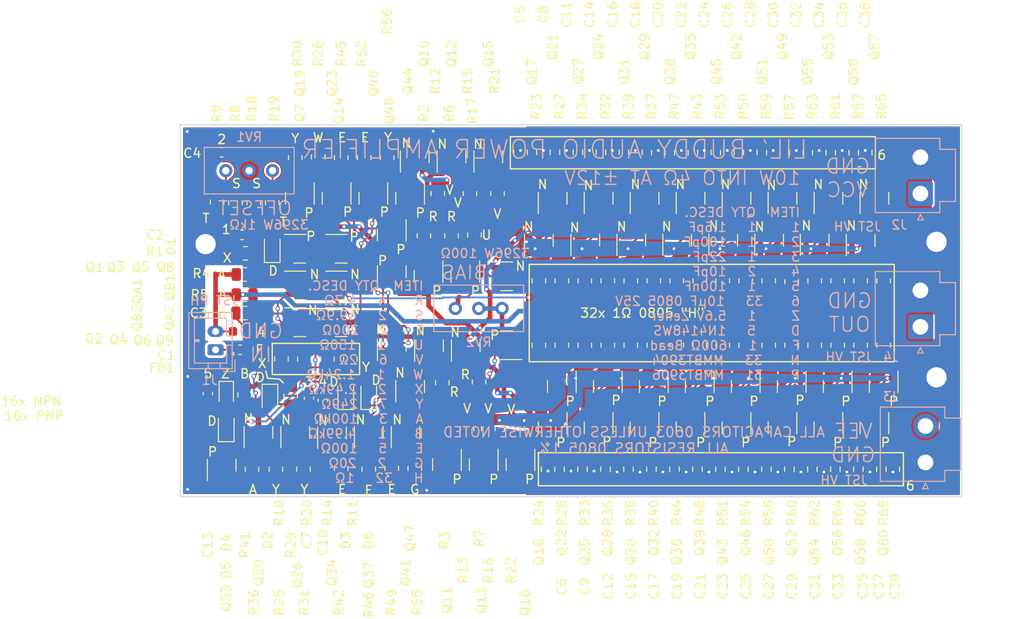
<source format=kicad_pcb>
(kicad_pcb (version 20211014) (generator pcbnew)

  (general
    (thickness 1.6)
  )

  (paper "A4")
  (layers
    (0 "F.Cu" signal)
    (31 "B.Cu" signal)
    (32 "B.Adhes" user "B.Adhesive")
    (33 "F.Adhes" user "F.Adhesive")
    (34 "B.Paste" user)
    (35 "F.Paste" user)
    (36 "B.SilkS" user "B.Silkscreen")
    (37 "F.SilkS" user "F.Silkscreen")
    (38 "B.Mask" user)
    (39 "F.Mask" user)
    (40 "Dwgs.User" user "User.Drawings")
    (41 "Cmts.User" user "User.Comments")
    (42 "Eco1.User" user "User.Eco1")
    (43 "Eco2.User" user "User.Eco2")
    (44 "Edge.Cuts" user)
    (45 "Margin" user)
    (46 "B.CrtYd" user "B.Courtyard")
    (47 "F.CrtYd" user "F.Courtyard")
    (48 "B.Fab" user)
    (49 "F.Fab" user)
    (50 "User.1" user)
    (51 "User.2" user)
    (52 "User.3" user)
    (53 "User.4" user)
    (54 "User.5" user)
    (55 "User.6" user)
    (56 "User.7" user)
    (57 "User.8" user)
    (58 "User.9" user)
  )

  (setup
    (stackup
      (layer "F.SilkS" (type "Top Silk Screen"))
      (layer "F.Paste" (type "Top Solder Paste"))
      (layer "F.Mask" (type "Top Solder Mask") (thickness 0.01))
      (layer "F.Cu" (type "copper") (thickness 0.035))
      (layer "dielectric 1" (type "core") (thickness 1.51) (material "FR4") (epsilon_r 4.5) (loss_tangent 0.02))
      (layer "B.Cu" (type "copper") (thickness 0.035))
      (layer "B.Mask" (type "Bottom Solder Mask") (thickness 0.01))
      (layer "B.Paste" (type "Bottom Solder Paste"))
      (layer "B.SilkS" (type "Bottom Silk Screen"))
      (copper_finish "None")
      (dielectric_constraints no)
    )
    (pad_to_mask_clearance 0)
    (pcbplotparams
      (layerselection 0x00010fc_ffffffff)
      (disableapertmacros false)
      (usegerberextensions false)
      (usegerberattributes true)
      (usegerberadvancedattributes true)
      (creategerberjobfile true)
      (svguseinch false)
      (svgprecision 6)
      (excludeedgelayer true)
      (plotframeref false)
      (viasonmask false)
      (mode 1)
      (useauxorigin false)
      (hpglpennumber 1)
      (hpglpenspeed 20)
      (hpglpendiameter 15.000000)
      (dxfpolygonmode true)
      (dxfimperialunits true)
      (dxfusepcbnewfont true)
      (psnegative false)
      (psa4output false)
      (plotreference true)
      (plotvalue true)
      (plotinvisibletext false)
      (sketchpadsonfab false)
      (subtractmaskfromsilk false)
      (outputformat 1)
      (mirror false)
      (drillshape 1)
      (scaleselection 1)
      (outputdirectory "")
    )
  )

  (net 0 "")
  (net 1 "Net-(C1-Pad1)")
  (net 2 "GND")
  (net 3 "OUT")
  (net 4 "VCC")
  (net 5 "Net-(C4-Pad2)")
  (net 6 "VEE")
  (net 7 "Net-(C7-Pad2)")
  (net 8 "Net-(C10-Pad1)")
  (net 9 "PRE")
  (net 10 "Net-(C13-Pad2)")
  (net 11 "Net-(D1-Pad2)")
  (net 12 "Net-(D3-Pad2)")
  (net 13 "Net-(D4-Pad2)")
  (net 14 "Net-(FB1-Pad1)")
  (net 15 "I1P")
  (net 16 "I1M")
  (net 17 "Net-(Q3-Pad2)")
  (net 18 "Net-(Q4-Pad2)")
  (net 19 "Net-(Q5-Pad2)")
  (net 20 "unconnected-(Q6-Pad1)")
  (net 21 "Net-(Q6-Pad2)")
  (net 22 "Net-(Q17-Pad2)")
  (net 23 "I4P")
  (net 24 "Net-(Q18-Pad2)")
  (net 25 "I4M")
  (net 26 "Net-(Q10-Pad2)")
  (net 27 "Net-(Q11-Pad2)")
  (net 28 "Net-(Q12-Pad2)")
  (net 29 "Net-(Q13-Pad2)")
  (net 30 "Net-(Q14-Pad2)")
  (net 31 "Net-(Q15-Pad2)")
  (net 32 "Net-(Q16-Pad2)")
  (net 33 "Net-(Q17-Pad1)")
  (net 34 "Net-(Q18-Pad1)")
  (net 35 "Net-(Q19-Pad2)")
  (net 36 "Net-(Q20-Pad2)")
  (net 37 "Net-(Q20-Pad3)")
  (net 38 "Net-(Q21-Pad2)")
  (net 39 "Net-(Q22-Pad2)")
  (net 40 "Net-(Q23-Pad2)")
  (net 41 "Net-(Q24-Pad2)")
  (net 42 "Net-(Q25-Pad2)")
  (net 43 "Net-(Q26-Pad2)")
  (net 44 "Net-(Q27-Pad2)")
  (net 45 "Net-(Q28-Pad2)")
  (net 46 "Net-(Q29-Pad2)")
  (net 47 "Net-(Q30-Pad2)")
  (net 48 "Net-(Q31-Pad2)")
  (net 49 "Net-(Q32-Pad2)")
  (net 50 "Net-(Q33-Pad2)")
  (net 51 "Net-(Q34-Pad2)")
  (net 52 "Net-(Q35-Pad2)")
  (net 53 "Net-(Q36-Pad2)")
  (net 54 "Net-(Q37-Pad2)")
  (net 55 "Net-(Q37-Pad3)")
  (net 56 "Net-(Q38-Pad2)")
  (net 57 "Net-(Q39-Pad2)")
  (net 58 "Net-(Q40-Pad2)")
  (net 59 "Net-(Q41-Pad2)")
  (net 60 "Net-(Q42-Pad2)")
  (net 61 "Net-(Q43-Pad2)")
  (net 62 "Net-(Q44-Pad2)")
  (net 63 "Net-(Q45-Pad2)")
  (net 64 "Net-(Q46-Pad2)")
  (net 65 "Net-(Q47-Pad2)")
  (net 66 "Net-(Q48-Pad2)")
  (net 67 "Net-(Q49-Pad2)")
  (net 68 "Net-(Q50-Pad2)")
  (net 69 "Net-(Q51-Pad2)")
  (net 70 "Net-(Q52-Pad2)")
  (net 71 "Net-(Q53-Pad2)")
  (net 72 "Net-(Q54-Pad2)")
  (net 73 "Net-(Q55-Pad2)")
  (net 74 "Net-(Q56-Pad2)")
  (net 75 "Net-(Q57-Pad2)")
  (net 76 "Net-(Q58-Pad2)")
  (net 77 "Net-(Q59-Pad2)")
  (net 78 "Net-(Q60-Pad2)")
  (net 79 "Net-(R8-Pad2)")
  (net 80 "Net-(R17-Pad2)")
  (net 81 "Net-(R18-Pad2)")
  (net 82 "Net-(C2-Pad2)")
  (net 83 "Net-(C3-Pad2)")
  (net 84 "Net-(C7-Pad1)")
  (net 85 "Net-(D1-Pad1)")
  (net 86 "Net-(QA1-Pad2)")
  (net 87 "Net-(QA2-Pad2)")
  (net 88 "Net-(QB1-Pad2)")
  (net 89 "Net-(QB2-Pad2)")

  (footprint "Resistor_SMD:R_0805_2012Metric" (layer "F.Cu") (at 53.8 52.5 -90))

  (footprint "Package_TO_SOT_SMD:SOT-23" (layer "F.Cu") (at 63 23 -90))

  (footprint "Package_TO_SOT_SMD:SOT-23" (layer "F.Cu") (at 59 23 -90))

  (footprint "Resistor_SMD:R_0805_2012Metric" (layer "F.Cu") (at 63.5 18.5875 -90))

  (footprint "Diode_SMD:D_SOD-323" (layer "F.Cu") (at 51 48 90))

  (footprint "Resistor_SMD:R_0805_2012Metric" (layer "F.Cu") (at 58.5 18.5875 -90))

  (footprint "Resistor_SMD:R_0805_2012Metric" (layer "F.Cu") (at 97.5 39 -90))

  (footprint "Package_TO_SOT_SMD:SOT-23" (layer "F.Cu") (at 77 31.5 -90))

  (footprint "Resistor_SMD:R_0805_2012Metric" (layer "F.Cu") (at 107.5 32 -90))

  (footprint "Package_TO_SOT_SMD:SOT-23" (layer "F.Cu") (at 97.5 43.5 -90))

  (footprint "Diode_SMD:D_MicroMELF" (layer "F.Cu") (at 51 44.3 -90))

  (footprint "Package_TO_SOT_SMD:SOT-23" (layer "F.Cu") (at 111.5 23 90))

  (footprint "Capacitor_SMD:C_0805_2012Metric" (layer "F.Cu") (at 113 18.05 90))

  (footprint "Package_TO_SOT_SMD:SOT-23" (layer "F.Cu") (at 86.5 23 90))

  (footprint "Package_TO_SOT_SMD:SOT-23" (layer "F.Cu") (at 87.5 43.5 -90))

  (footprint "Capacitor_SMD:C_0805_2012Metric" (layer "F.Cu") (at 86 52.5 -90))

  (footprint "Package_TO_SOT_SMD:SOT-23" (layer "F.Cu") (at 115 27.5625 90))

  (footprint "Resistor_SMD:R_0805_2012Metric" (layer "F.Cu") (at 100 39 -90))

  (footprint "Package_TO_SOT_SMD:SOT-23" (layer "F.Cu") (at 96.5 23 90))

  (footprint "Package_TO_SOT_SMD:SOT-23" (layer "F.Cu") (at 83 52 -90))

  (footprint "Package_TO_SOT_SMD:SOT-23" (layer "F.Cu") (at 59 36.5))

  (footprint "Resistor_SMD:R_0805_2012Metric" (layer "F.Cu") (at 53 44.4125 -90))

  (footprint "Package_TO_SOT_SMD:SOT-23" (layer "F.Cu") (at 75 52 -90))

  (footprint "Package_TO_SOT_SMD:SOT-23" (layer "F.Cu") (at 67 23 -90))

  (footprint "Resistor_SMD:R_0805_2012Metric" (layer "F.Cu") (at 78.5 43 -90))

  (footprint "Resistor_SMD:R_0805_2012Metric" (layer "F.Cu") (at 64.5 40.5 -90))

  (footprint "Capacitor_SMD:C_0805_2012Metric" (layer "F.Cu") (at 100.5 18.05 90))

  (footprint "Capacitor_SMD:C_0805_2012Metric" (layer "F.Cu") (at 93.5 52.5 -90))

  (footprint "Capacitor_SMD:C_0805_2012Metric" (layer "F.Cu") (at 121 52.5 -90))

  (footprint "Resistor_SMD:R_0805_2012Metric" (layer "F.Cu") (at 120 39 -90))

  (footprint "Package_TO_SOT_SMD:SOT-23" (layer "F.Cu") (at 71.5 18.5 90))

  (footprint "Resistor_SMD:R_0805_2012Metric" (layer "F.Cu") (at 59.5 40.5 -90))

  (footprint "Resistor_SMD:R_0805_2012Metric" (layer "F.Cu") (at 82 48.0875 -90))

  (footprint "Capacitor_SMD:C_0805_2012Metric" (layer "F.Cu") (at 88 18 90))

  (footprint "Resistor_SMD:R_0805_2012Metric" (layer "F.Cu") (at 97.5 32 -90))

  (footprint "Capacitor_SMD:C_0805_2012Metric" (layer "F.Cu") (at 105.5 18.05 90))

  (footprint "Resistor_SMD:R_0805_2012Metric" (layer "F.Cu") (at 59.4 52.5 -90))

  (footprint "Resistor_SMD:R_0805_2012Metric" (layer "F.Cu") (at 79.5 48.0875 -90))

  (footprint "Capacitor_SMD:C_0805_2012Metric" (layer "F.Cu") (at 91 52.5 -90))

  (footprint "Resistor_SMD:R_0805_2012Metric" (layer "F.Cu") (at 80.5 22.5 -90))

  (footprint "Package_TO_SOT_SMD:SOT-23" (layer "F.Cu") (at 116.5 48 -90))

  (footprint "Package_TO_SOT_SMD:SOT-23" (layer "F.Cu") (at 75.5 18.5 90))

  (footprint "Package_TO_SOT_SMD:SOT-23" (layer "F.Cu") (at 85 27.6 90))

  (footprint "Capacitor_SMD:C_0805_2012Metric" (layer "F.Cu") (at 110.5 18.05 90))

  (footprint "Package_TO_SOT_SMD:SOT-23" (layer "F.Cu") (at 116.5 23 90))

  (footprint "Package_TO_SOT_SMD:SOT-23" (layer "F.Cu") (at 70.5 48.5 90))

  (footprint "Resistor_SMD:R_0805_2012Metric" (layer "F.Cu") (at 68.5 18.5875 -90))

  (footprint "Resistor_SMD:R_0805_2012Metric" (layer "F.Cu") (at 58 44.5 -90))

  (footprint "Package_TO_SOT_SMD:SOT-23" (layer "F.Cu") (at 77.05 39.0625 90))

  (footprint "Capacitor_SMD:C_0805_2012Metric" (layer "F.Cu") (at 108.5 52.5 -90))

  (footprint "Package_TO_SOT_SMD:SOT-23" (layer "F.Cu") (at 96.5 48 -90))

  (footprint "Package_TO_SOT_SMD:SOT-23" (layer "F.Cu") (at 91.5 48 -90))

  (footprint "Resistor_SMD:R_0805_2012Metric" (layer "F.Cu") (at 77.2 48.0875 -90))

  (footprint "Resistor_SMD:R_0805_2012Metric" (layer "F.Cu") (at 57 40.5 -90))

  (footprint "Package_TO_SOT_SMD:SOT-23" (layer "F.Cu") (at 106.5 23 90))

  (footprint "Resistor_SMD:R_0805_2012Metric" (layer "F.Cu") (at 56.4 52.5 -90))

  (footprint "Package_TO_SOT_SMD:SOT-23" (layer "F.Cu") (at 63.5 28.5))

  (footprint "Capacitor_SMD:C_0805_2012Metric" (layer "F.Cu") (at 95.5 18 90))

  (footprint "Package_TO_SOT_SMD:SOT-23" (layer "F.Cu") (at 121.5 48 -90))

  (footprint "Capacitor_SMD:C_0603_1608Metric" (layer "F.Cu")
    (tedit 5F68FEEE) (tstamp 52d8e7e5-a13c-454e-a4ac-2f9fbb38f9bc)
    (at 52.725 27)
    (descr "Capacitor SMD 0603 (1608 Metric), square (rectangular) end terminal, IPC_7351 nominal, (Body size source: IPC-SM-782 page 76, https://www.pcb-3d.com/wordpress/wp-content/uploads/ipc-sm-782a_amendment_1_and_2.pdf), generated with kicad-footprint-generator")
    (tags "capacitor")
    (property "Sheetfile" "Lil Buddy 1.kicad_sch")
    (property "Sheetname" "")
    (path "/b7ae0558-bd10-449e-a196-8ea791647f1b")
    (attr smd)
    (fp_text reference "C2" (at -9.475 0) (layer "F.SilkS")
      (effects (font (size 1 1) (thickness 0.15)))
      (tstamp 717ae1df-ca35-43c4-858a-8a998842a6fa)
    )
    (fp_text value "1.5pF" (at 0 1.43) (layer "F.Fab")
      (effects (font (size 1 1) (thickness 0.15)))
      (tstamp cdb51342-07be-44c9-aae9-c15b7e1e8215)
    )
    (fp_text user "${REFERENCE}" (at 0 0) (layer "F.Fab")
      (effects (font (size 0.4 0.4) (thickness 0.06)))
      (tstamp e09a27a3-bdcb-4a52-8356-44f3d9cdc103)
    )
    (fp_line (start -0.14058 0.51) (end 0.14058 0.51) (layer "F.SilkS") (width 0.12) (tstamp 54cef379-8a16-4ade-956d-519a53329bc3))
    (fp_line (start -0.14058 -0.51) (end 0.14058 -0.51) (layer "F.SilkS") (width 0.12) (tstamp c8686b97-f23e-4a0e-b4c0-aa3988218b00))
    (fp_line (start 1.48 -0.73) (end 1.48 0.73) (layer "F.CrtYd") (width 0.05) (tstamp 135735c6-9c20-4bf3-849f-8a3683d0618a))
    (fp_line (start 1.48 0.73) (end -1.48 0.73) (layer "F.CrtYd") (width 0.05) (tstamp c69d9541-5e9c-4448-bf12-ab294afe5277))
    (fp_line (start -1.48 -0.73) (end 1.48 -0.73) (layer "F.CrtYd") (width 0.05) (tstamp ddae4b2b-20d9-4a3e-92ee-cab9e27340aa))
    (fp_line (start -1.48 0.73) (end -1.48 -0.73) (layer "F.CrtYd") (width 0.05) (tstamp e06d1eab-cb86-4592-b7c5-13289f2591ff))
    (fp_line (start 0.8 0.4) (end -0.8 0.4) (layer "F.Fab") (width 0.1) (tstamp 105fbd65-eb38-4079-82aa-c51ab8697030))
    (fp_line (start -0.8 0.4) (end -0.8 -0.4) (layer "F.Fab") (width 0.1) (tstamp 6b6fa031-d624-43d1-842e-f25c3d8a114c))
    (fp_line (start 0.8 -0.4) (end 0.8 0.4) (layer "F.Fab") (width 0.1) (tstamp 71885243-5b46-48dd-99ac
... [1100076 chars truncated]
</source>
